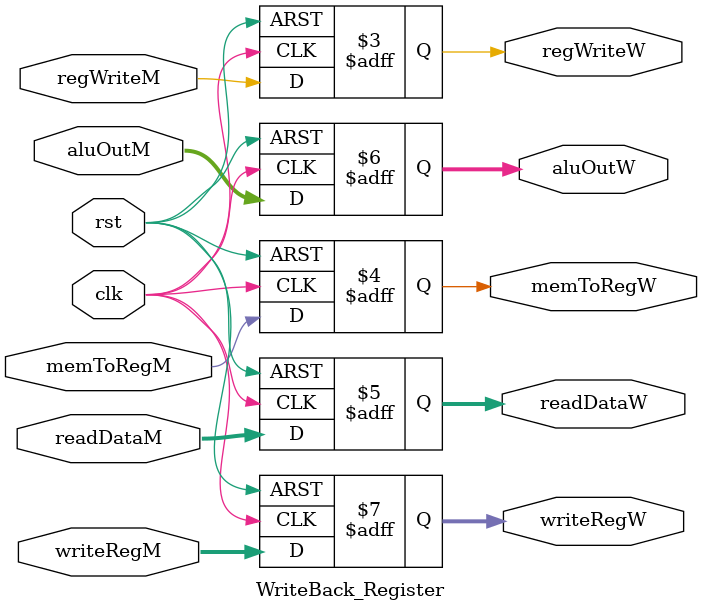
<source format=v>
module WriteBack_Register (
    input    wire            regWriteM, memToRegM,
    input    wire   [31:0]   readDataM, aluOutM,
    input    wire   [4:0]    writeRegM,
    input    wire            clk, rst,
    output   reg             regWriteW, memToRegW,
    output   reg    [31:0]   readDataW, aluOutW,
    output   reg    [4:0]    writeRegW
);

always @(posedge clk or negedge rst)
    begin
        if(!rst)                            //重置
            begin
                regWriteW      <=      1'b0;
                memToRegW      <=      1'b0;
                readDataW      <=      32'b0;
                aluOutW        <=      32'b0;
                writeRegW      <=      5'b0;
            end
        else                                //设置数据寄存器
            begin
                regWriteW      <=      regWriteM;
                memToRegW      <=      memToRegM;
                readDataW      <=      readDataM;
                aluOutW        <=      aluOutM;
                writeRegW      <=      writeRegM;
            end
    end

endmodule
</source>
